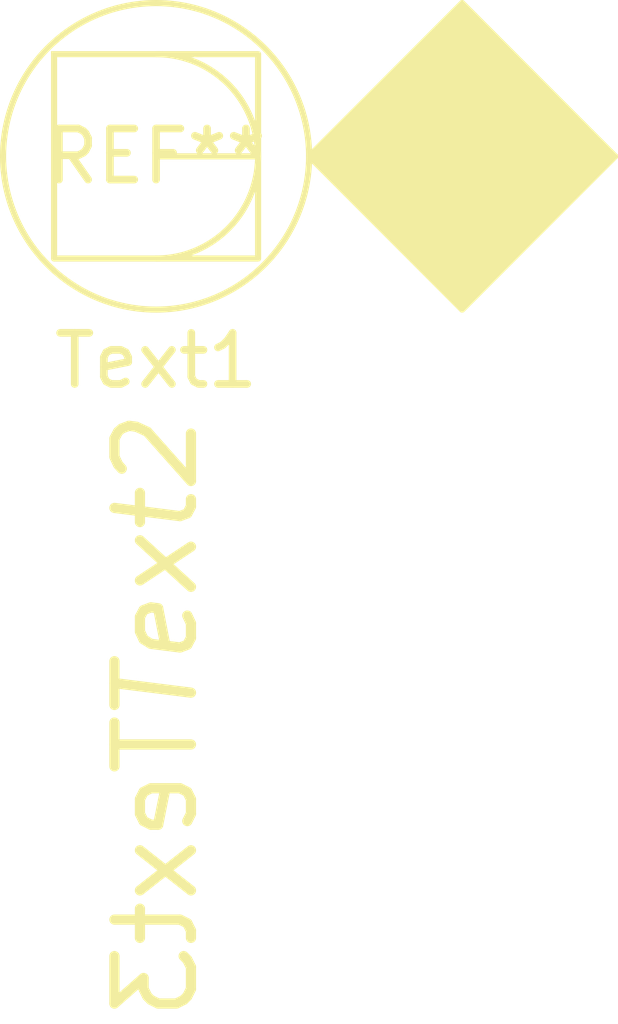
<source format=kicad_pcb>
(kicad_pcb (version 20211014) (generator pcbnew)
  (title_block (title "A board") (date "2023-02-01") (rev "v1") (company "Winterbloom") (comment 1 "Comment 1") (comment 3 "Comment 3") (comment 5 "Comment 5") (comment 7 "Comment 7") (comment 9 "Comment 9"))
  (layers (0 "F.Cu" signal) (1 "In1.Cu" signal) (2 "In2.Cu" signal) (31 "B.Cu" signal) (34 "B.Paste" user) (35 "F.Paste" user) (36 "B.SilkS" user "B.Silkscreen") (37 "F.SilkS" user "F.Silkscreen") (38 "B.Mask" user) (39 "F.Mask" user) (44 "Edge.Cuts" user))
  (net 0 "")
  (footprint "Fiducial:Fiducial_1mm_Mask2mm" (layer "F.Cu") (at 0 0)
    (fp_text reference "REF**" (at 0 0) (layer "F.SilkS"))
    (fp_text value "Test")
    (fp_text user "Text2" (at 0 5 90 unlocked) (layer "F.SilkS") (effects (font (size 1.5 1.5) (thickness 0.2) italic) (justify right)))
    (fp_text user "Text3" (at 0 17 270) (layer "F.SilkS") (effects (font (size 1.5 1.5) (thickness 0.2)) (justify right mirror)))
    (fp_text user "Text1" (at 0 4 unlocked) (layer "F.SilkS"))
    (fp_line (start 0 0) (end 2 0) (layer "F.SilkS") (width 0.12))
    (fp_rect (start -2 -2) (end 2 2) (layer "F.SilkS") (width 0.12) (fill none))
    (fp_arc (start 0 -2) (mid 2 0) (end 0 2) (layer "F.SilkS") (width 0.12))
    (fp_circle (center 0 0) (end 3 0) (layer "F.SilkS") (width 0.12) (fill none))
    (fp_poly (pts (xy 3 0) (xy 6 -3) (xy 9 0) (xy 6 3)) (layer "F.SilkS") (width 0.12) (fill solid))
  )
)
</source>
